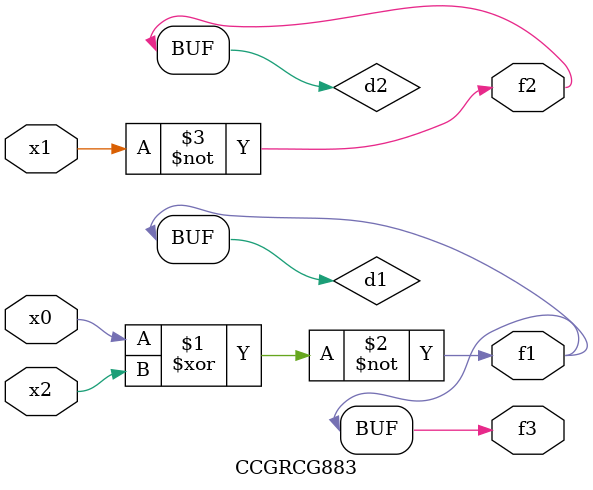
<source format=v>
module CCGRCG883(
	input x0, x1, x2,
	output f1, f2, f3
);

	wire d1, d2, d3;

	xnor (d1, x0, x2);
	nand (d2, x1);
	nor (d3, x1, x2);
	assign f1 = d1;
	assign f2 = d2;
	assign f3 = d1;
endmodule

</source>
